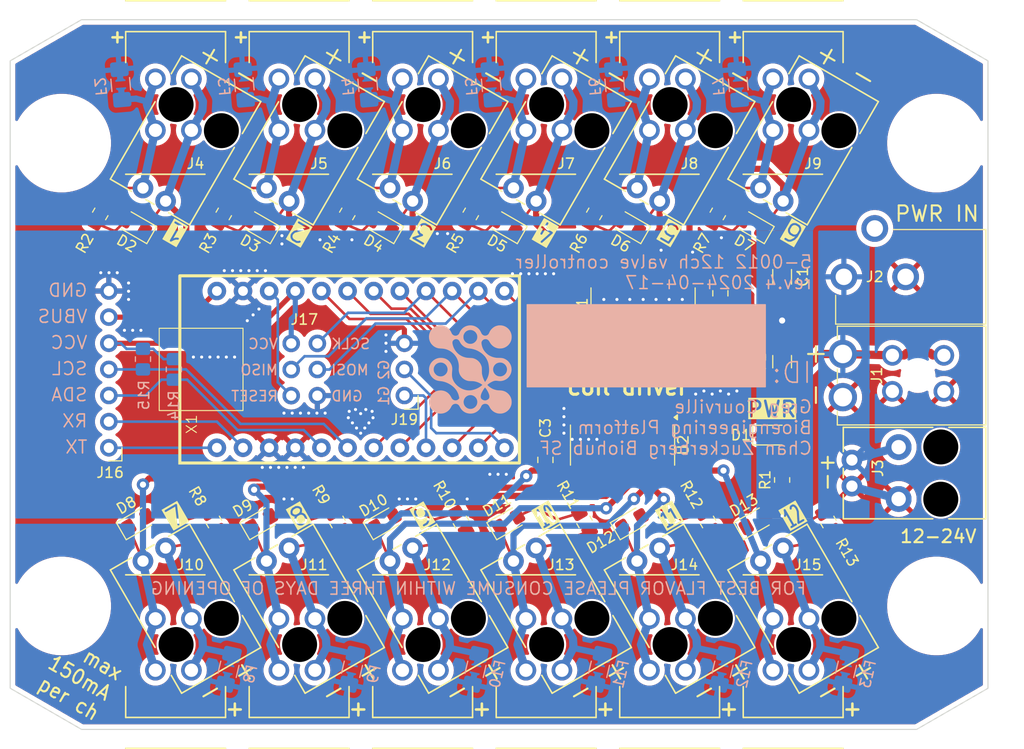
<source format=kicad_pcb>
(kicad_pcb (version 20240108) (generator "pcbnew") (generator_version "8.0")
  (layers (0 "F.Cu" signal) (31 "B.Cu" signal) (34 "B.Paste" user) (35 "F.Paste" user) (36 "B.SilkS" user "B.Silkscreen") (37 "F.SilkS" user "F.Silkscreen") (38 "B.Mask" user) (39 "F.Mask" user) (44 "Edge.Cuts" user))
  (net 0 "")
  (net 1 "Net-(D1-A)")
  (net 2 "GND")
  (net 3 "+24V")
  (net 4 "/OUT1")
  (net 5 "/OUT2")
  (net 6 "/OUT3")
  (net 7 "/OUT4")
  (net 8 "/OUT5")
  (net 9 "/OUT6")
  (net 10 "/OUT7")
  (net 11 "/OUT8")
  (net 12 "/OUT9")
  (net 13 "/OUT10")
  (net 14 "/OUT11")
  (net 15 "/OUT12")
  (net 18 "/CH3")
  (net 19 "/CH6")
  (net 20 "/CH2")
  (net 21 "/CH4")
  (net 22 "/CH5")
  (net 23 "/CH1")
  (net 24 "/CH8")
  (net 25 "/CH9")
  (net 26 "/O1H")
  (net 27 "/O2H")
  (net 28 "/O3H")
  (net 29 "/O4H")
  (net 30 "/O5H")
  (net 31 "/O6H")
  (net 32 "/O7H")
  (net 33 "/O8H")
  (net 34 "/O9H")
  (net 35 "/O10H")
  (net 36 "/O11H")
  (net 37 "/O12H")
  (net 39 "Net-(F1-Pad2)")
  (net 40 "Net-(D2-A)")
  (net 41 "Net-(D3-A)")
  (net 42 "Net-(D4-A)")
  (net 43 "Net-(D5-A)")
  (net 44 "Net-(D6-A)")
  (net 45 "Net-(D7-A)")
  (net 46 "Net-(D8-A)")
  (net 47 "Net-(D9-A)")
  (net 48 "Net-(D10-A)")
  (net 49 "Net-(D11-A)")
  (net 50 "Net-(D12-A)")
  (net 51 "Net-(D13-A)")
  (net 52 "/SCL")
  (net 53 "/TX")
  (net 54 "/VCC")
  (net 55 "/SDA")
  (net 56 "/VBUS")
  (net 57 "/RX")
  (net 58 "/RESET")
  (net 59 "/CH12")
  (net 60 "/CH10")
  (net 61 "/CH11")
  (net 62 "/CH7")
  (net 63 "/GP2")
  (net 64 "/GP1")
  (footprint "MountingHole:MountingHole_3.2mm_M3" (layer "F.Cu") (at 181 102)
    (property "Reference" "MH3" (hide yes))
    (property "Value" "MountingHole_3.2mm_M3" (hide yes))
  )
  (footprint "LED_SMD:LED_0805_2012Metric_Pad1.15x1.40mm_HandSolder" (layer "F.Cu") (at 103.4 93.8 30)
    (property "Reference" "D8")
    (property "Value" "LED")
  )
  (footprint "Resistor_SMD:R_0805_2012Metric_Pad1.20x1.40mm_HandSolder" (layer "F.Cu") (at 166 89.75 90)
    (property "Reference" "R1")
    (property "Value" "10k")
  )
  (footprint "LED_SMD:LED_0805_2012Metric_Pad1.15x1.40mm_HandSolder" (layer "F.Cu") (at 163.137676 65.0125 150)
    (property "Reference" "D7")
    (property "Value" "LED")
  )
  (footprint "Connector_PinHeader_2.54mm:PinHeader_1x07_P2.54mm_Horizontal" (layer "F.Cu") (at 100.584 86.62 180)
    (property "Reference" "J16")
    (property "Value" "Conn_01x08_Pin" (hide yes))
  )
  (footprint "footprints:molex_705510001_or_wago_2601-1102_rh" (layer "F.Cu") (at 165 97 30)
    (property "Reference" "J15")
    (property "Value" "705510001" (hide yes))
  )
  (footprint "MountingHole:MountingHole_3.2mm_M3" (layer "F.Cu") (at 96 57)
    (property "Reference" "MH1" (hide yes))
    (property "Value" "MountingHole_3.2mm_M3" (hide yes))
  )
  (footprint "MountingHole:MountingHole_3.2mm_M3" (layer "F.Cu") (at 96 102)
    (property "Reference" "MH2" (hide yes))
    (property "Value" "MountingHole_3.2mm_M3" (hide yes))
  )
  (footprint "MountingHole:MountingHole_3.2mm_M3" (layer "F.Cu") (at 181 57)
    (property "Reference" "MH4" (hide yes))
    (property "Value" "MountingHole_3.2mm_M3" (hide yes))
  )
  (footprint "Capacitor_SMD:C_0805_2012Metric_Pad1.18x1.45mm_HandSolder" (layer "F.Cu") (at 143 87.8 90)
    (property "Reference" "C3")
    (property "Value" "0.1u")
  )
  (footprint "Connector_PinHeader_2.54mm:PinHeader_2x03_P2.54mm_Vertical" (layer "F.Cu") (at 118.305 76.475)
    (property "Reference" "J17")
    (property "Value" "Conn_01x08_Pin" (hide yes))
  )
  (footprint "Resistor_SMD:R_0805_2012Metric_Pad1.20x1.40mm_HandSolder" (layer "F.Cu") (at 99.75 63.883975 -120)
    (property "Reference" "R2")
    (property "Value" "10k")
  )
  (footprint "LED_SMD:LED_0805_2012Metric_Pad1.15x1.40mm_HandSolder" (layer "F.Cu") (at 103.137676 65.0125 150)
    (property "Reference" "D2")
    (property "Value" "LED")
  )
  (footprint "footprints:molex_705510001_or_wago_2601-1102_lh" (layer "F.Cu") (at 105 62 150)
    (property "Reference" "J4")
    (property "Value" "705510001")
  )
  (footprint "footprints:molex_705510001_or_wago_2601-1102_lh" (layer "F.Cu") (at 117 62 150)
    (property "Reference" "J5")
    (property "Value" "705510001" (hide yes))
  )
  (footprint "Resistor_SMD:R_0805_2012Metric_Pad1.20x1.40mm_HandSolder" (layer "F.Cu") (at 147.75 63.883975 -120)
    (property "Reference" "R6")
    (property "Value" "10k")
  )
  (footprint "footprints:molex_705510001_or_wago_2601-1102_rh" (layer "F.Cu") (at 117 97 30)
    (property "Reference" "J11")
    (property "Value" "705510001" (hide yes))
  )
  (footprint "LED_SMD:LED_0805_2012Metric_Pad1.15x1.40mm_HandSolder" (layer "F.Cu") (at 151.137676 65.0125 150)
    (property "Reference" "D6")
    (property "Value" "LED")
  )
  (footprint "Resistor_SMD:R_0805_2012Metric_Pad1.20x1.40mm_HandSolder" (layer "F.Cu") (at 134.8 93.833975 120)
    (property "Reference" "R10")
    (property "Value" "10k")
  )
  (footprint "LED_SMD:LED_0805_2012Metric_Pad1.15x1.40mm_HandSolder" (layer "F.Cu") (at 127.137676 65.0125 150)
    (property "Reference" "D4")
    (property "Value" "LED")
  )
  (footprint "footprints:molex_705510001_or_wago_2601-1102_rh" (layer "F.Cu") (at 141 97 30)
    (property "Reference" "J13")
    (property "Value" "705510001" (hide yes))
  )
  (footprint "Resistor_SMD:R_0805_2012Metric_Pad1.20x1.40mm_HandSolder" (layer "F.Cu") (at 111.75 63.883975 -120)
    (property "Reference" "R3")
    (property "Value" "10k")
  )
  (footprint "LED_SMD:LED_0805_2012Metric_Pad1.15x1.40mm_HandSolder" (layer "F.Cu") (at 115.137676 65.0125 150)
    (property "Reference" "D3")
    (property "Value" "LED")
  )
  (footprint "footprints:CUI_PJ-102AH_with3dmodel" (layer "F.Cu") (at 172 70 90)
    (property "Reference" "J2")
    (property "Value" "Barrel_Jack_Switch" (hide yes))
  )
  (footprint "LED_SMD:LED_0805_2012Metric_Pad1.15x1.40mm_HandSolder" (layer "F.Cu") (at 127.4 93.8 30)
    (property "Reference" "D10")
    (property "Value" "LED")
  )
  (footprint "footprints:molex_705510001_or_wago_2601-1102_lh" (layer "F.Cu") (at 153 62 150)
    (property "Reference" "J8")
    (property "Value" "705510001" (hide yes))
  )
  (footprint "footprints:molex_705510001_or_wago_2601-1102_rh" (layer "F.Cu") (at 129 97 30)
    (property "Reference" "J12")
    (property "Value" "705510001" (hide yes))
  )
  (footprint "footprints:molex_705510001_or_wago_2601-1102_lh" (layer "F.Cu") (at 141 62 150)
    (property "Reference" "J7")
    (property "Value" "705510001" (hide yes))
  )
  (footprint "footprints:CONN_2601-1102_WAG" (layer "F.Cu") (at 176.714199 81.135 90)
    (property "Reference" "J18" (hide yes))
    (property "Value" "2601-1102")
  )
  (footprint "footprints:molex_705510001_or_wago_2601-1102_lh" (layer "F.Cu") (at 129 62 150)
    (property "Reference" "J6")
    (property "Value" "705510001" (hide yes))
  )
  (footprint "footprints:molex_705510001_or_wago_2601-1102_rh" (layer "F.Cu") (at 105 97 30)
    (property "Reference" "J10")
    (property "Value" "705510001" (hide yes))
  )
  (footprint "Resistor_SMD:R_0805_2012Metric_Pad1.20x1.40mm_HandSolder" (layer "F.Cu") (at 146.8 93.833975 120)
    (property "Reference" "R11")
    (property "Value" "10k")
  )
  (footprint "Resistor_SMD:R_0805_2012Metric_Pad1.20x1.40mm_HandSolder" (layer "F.Cu") (at 158.8 93.833975 120)
    (property "Reference" "R12")
    (property "Value" "10k")
  )
  (footprint "Resistor_SMD:R_0805_2012Metric_Pad1.20x1.40mm_HandSolder" (layer "F.Cu") (at 122.8 93.833975 120)
    (property "Reference" "R9")
    (property "Value" "10k")
  )
  (footprint "LED_SMD:LED_0805_2012Metric_Pad1.15x1.40mm_HandSolder" (layer "F.Cu") (at 139.137676 65.0125 150)
    (property "Reference" "D5")
    (property "Value" "LED")
  )
  (footprint "LED_SMD:LED_0805_2012Metric_Pad1.15x1.40mm_HandSolder" (layer "F.Cu") (at 151.4 93.8 30)
    (property "Reference" "D12")
    (property "Value" "LED")
  )
  (footprint "footprints:molex_705510001_or_2pos_5mm_tb" (layer "F.Cu") (at 172.7802 89.08 90)
    (property "Reference" "J3")
    (property "Value" "1726480102" (hide yes))
  )
  (footprint "footprints:promicro_in_socket" (layer "F.Cu") (at 111.08 79 90)
    (property "Reference" "X1")
    (property "Value" "~" (hide yes))
  )
  (footprint "Capacitor_SMD:C_1206_3216Metric_Pad1.33x1.80mm_HandSolder" (layer "F.Cu") (at 166 70 90)
    (property "Reference" "C1")
    (property "Value" "10u")
  )
  (footprint "LED_SMD:LED_0805_2012Metric_Pad1.15x1.40mm_HandSolder" (layer "F.Cu") (at 115.4 93.8 30)
    (property "Reference" "D9")
    (property "Value" "LED")
  )
  (footprint "Resistor_SMD:R_0805_2012Metric_Pad1.20x1.40mm_HandSolder" (layer "F.Cu") (at 123.75 63.883975 -120)
    (property "Reference" "R4")
    (property "Value" "10k")
  )
  (footprint "Package_SO:SOIC-16_3.9x9.9mm_P1.27mm" (layer "F.Cu") (at 152.489 73.025 90)
    (property "Reference" "U1")
    (property "Value" "TPL7407LA")
  )
  (footprint "footprints:molex_705510001_or_wago_2601-1102_lh" (layer "F.Cu") (at 165 62 150)
    (property "Reference" "J9")
    (property "Value" "705510001" (hide yes))
  )
  (footprint "footprints:molex_705510001_or_wago_2601-1102_rh" (layer "F.Cu") (at 153 97 30)
    (property "Reference" "J14")
    (property "Value" "705510001" (hide yes))
  )
  (footprint "Fuse:Fuse_1206_3216Metric_Pad1.42x1.75mm_HandSolder" (layer "F.Cu") (at 166 78.25 -90)
    (property "Reference" "F1")
    (property "Value" "2.5A")
  )
  (footprint "Resistor_SMD:R_0805_2012Metric_Pad1.20x1.40mm_HandSolder" (layer "F.Cu") (at 159.75 63.883975 -120)
    (property "Reference" "R7")
    (property "Value" "10k")
  )
  (footprint "Resistor_SMD:R_0805_2012Metric_Pad1.20x1.40mm_HandSolder" (layer "F.Cu") (at 135.75 63.883975 -120)
    (property "Reference" "R5")
    (property "Value" "10k")
  )
  (footprint "Capacitor_SMD:C_0805_2012Metric_Pad1.18x1.45mm_HandSolder" (layer "F.Cu") (at 160 71.6 -90)
    (property "Reference" "C2")
    (property "Value" "0.1u")
  )
  (footprint "Resistor_SMD:R_0805_2012Metric_Pad1.20x1.40mm_HandSolder" (layer "F.Cu") (at 110.8 93.833975 120)
    (property "Reference" "R8")
    (property "Value" "10k")
  )
  (footprint "Package_SO:SOIC-16_3.9x9.9mm_P1.27mm" (layer "F.Cu") (at 150.495 86.36 -90)
    (property "Reference" "U2")
    (property "Value" "TPL7407LA")
  )
  (footprint "LED_SMD:LED_0805_2012Metric_Pad1.15x1.40mm_HandSolder" (layer "F.Cu") (at 139.4 93.8 30)
    (property "Reference" "D11")
    (property "Value" "LED")
  )
  (footprint "footprints:CON_1726480102" (layer "F.Cu") (at 171.899999 77.5 90)
    (property "Reference" "J1")
    (property "Value" "1726480102")
  )
  (footprint "LED_SMD:LED_0805_2012Metric_Pad1.15x1.40mm_HandSolder" (layer "F.Cu") (at 163.4 93.8 30)
    (property "Reference" "D13")
    (property "Value" "LED")
  )
  (footprint "LED_SMD:LED_0805_2012Metric_Pad1.15x1.40mm_HandSolder" (layer "F.Cu") (at 165 85.3875)
    (property "Reference" "D1")
    (property "Value" "LED")
  )
  (footprint "Resistor_SMD:R_0805_2012Metric_Pad1.20x1.40mm_HandSolder" (layer "F.Cu") (at 170.5 93.833975 120)
    (property "Reference" "R13")
    (property "Value" "10k")
  )
  (footprint "Connector_PinHeader_2.54mm:PinHeader_1x03_P2.54mm_Vertical" (layer "F.Cu") (at 129.3 81.54 180)
    (property "Reference" "J19")
    (property "Value" "Conn_01x03_Pin" (hide yes))
  )
  (footprint "footprints:fuse_1206_jumperable" (layer "B.Cu") (at 125.738991 51.302664 -85)
    (property "Reference" "F4")
    (property "Value" "Polyfuse" (hide yes))
  )
  (footprint "footprints:fuse_1206_jumperable" (layer "B.Cu") (at 113.738991 51.302664 -85)
    (property "Reference" "F3")
    (property "Value" "Polyfuse" (hide yes))
  )
  (footprint "footprints:fuse_1206_jumperable" (layer "B.Cu") (at 137.738991 51.302664 -85)
    (property "Reference" "F5")
    (property "Value" "Polyfuse" (hide yes))
  )
  (footprint "footprints:fuse_1206_jumperable" (layer "B.Cu") (at 172.210216 108.160946 77)
    (property "Reference" "F13")
    (property "Value" "Polyfuse" (hide yes))
  )
  (footprint "Resistor_SMD:R_0805_2012Metric_Pad1.20x1.40mm_HandSolder" (layer "B.Cu") (at 103.9 78 90)
    (property "Reference" "R15")
    (property "Value" "10k")
  )
  (footprint "footprints:fuse_1206_jumperable" (layer "B.Cu") (at 124.210216 108.160946 77)
    (property "Reference" "F9")
    (property "Value" "Polyfuse" (hide yes))
  )
  (footprint "footprints:fuse_1206_jumperable" (layer "B.Cu") (at 136.210216 108.160946 77)
    (property "Reference" "F10")
    (property "Value" "Polyfuse" (hide yes))
  )
  (footprint "Resistor_SMD:R_0805_2012Metric_Pad1.20x1.40mm_HandSolder" (layer "B.Cu") (at 106.9 79 90)
    (property "Reference" "R14")
    (property "Value" "10k")
  )
  (footprint "footprints:biohub_logo_9mm_silk" (layer "B.Cu") (at 135.7 79 180)
    (property "Reference" "G***" (hide yes))
    (property "Value" "LOGO" (hide yes))
  )
  (footprint "footprints:fuse_1206_jumperable" (layer "B.Cu") (at 101.738991 51.302664 -85)
    (property "Reference" "F2")
    (property "Value" "Polyfuse" (hide yes))
  )
  (footprint "footprints:fuse_1206_jumperable" (layer "B.Cu") (at 148.210216 108.160946 77)
    (property "Reference" "F11")
    (property "Value" "Polyfuse" (hide yes))
  )
  (footprint "footprints:fuse_1206_jumperable" (layer "B.Cu") (at 112.210216 108.160946 77)
    (property "Reference" "F8")
    (property "Value" "Polyfuse" (hide yes))
  )
  (footprint "footprints:fuse_1206_jumperable" (layer "B.Cu") (at 161.738991 51.302664 -85)
    (property "Reference" "F7")
    (property "Value" "Polyfuse" (hide yes))
  )
  (footprint "footprints:fuse_1206_jumperable" (layer "B.Cu") (at 160.210216 108.160946 77)
    (property "Reference" "F12")
    (property "Value" "Polyfuse" (hide yes))
  )
  (footprint "footprints:fuse_1206_jumperable" (layer "B.Cu") (at 149.738991 51.302664 -85)
    (property "Reference" "F6")
    (property "Value" "Polyfuse" (hide yes))
  )
  (gr_rect (start 141.225 72.7) (end 164.375 80.7) (stroke (width 0.1)) (fill solid) (layer "B.SilkS"))
  (gr_poly (pts (xy 91 110) (xy 97.928203 114) (xy 179.071797 114) (xy 186 110) (xy 186 49) (xy 179.071797 45) (xy 97.928203 45) (xy 91 49)) (stroke (width 0.1)) (fill none) (layer "Edge.Cuts"))
  (gr_text "5-0012 12ch valve controller\nrev.4 2024-04-17\n\n\n   \n\n\nGreg Courville\nBioengineering Platform\nChan Zuckerberg Biohub SF" (at 169 87.4 0) (layer "B.SilkS") (effects (font (size 1.25 1.25)) (justify left bottom mirror)))
  (gr_text "GND" (at 122.1 81.6 0) (layer "B.SilkS") (effects (font (size 1 1) (thickness 0.15) (bold yes)) (justify right mirror)))
  (gr_text "RESET" (at 117.1 81.6 0) (layer "B.SilkS") (effects (font (size 1 1) (thickness 0.15) (bold yes)) (justify left mirror)))
  (gr_text "TX" (at 98.6 86.55 0) (layer "B.SilkS") (effects (font (size 1.25 1.25) (thickness 0.15) (bold yes)) (justify left mirror)))
  (gr_text "G2" (at 127.3 77.96 90) (layer "B.SilkS") (effects (font (size 1 1) (thickness 0.15) (bold yes)) (justify left mirror)))
  (gr_text "G1" (at 127.3 80.5 90) (layer "B.SilkS") (effects (font (size 1 1) (thickness 0.15) (bold yes)) (justify left mirror)))
  (gr_text "ID:" (at 169 80.5 0) (layer "B.SilkS") (effects (font (size 2 2)) (justify left bottom mirror)))
  (gr_text "SCL" (at 98.6 78.93 0) (layer "B.SilkS") (effects (font (size 1.25 1.25) (thickness 0.15) (bold yes)) (justify left mirror)))
  (gr_text "VBUS" (at 98.6 73.85 0) (layer "B.SilkS") (effects (font (size 1.25 1.25) (thickness 0.15) (bold yes)) (justify left mirror)))
  (gr_text "GND" (at 98.6 71.31 0) (layer "B.SilkS") (effects (font (size 1.25 1.25) (thickness 0.15) (bold yes)) (justify left mirror)))
  (gr_text "RX" (at 98.6 84.01 0) (layer "B.SilkS") (effects (font (size 1.25 1.25) (thickness 0.15) (bold yes)) (justify left mirror)))
  (gr_text "MOSI" (at 122.1 79.06 0) (layer "B.SilkS") (effects (font (size 1 1) (thickness 0.15) (bold yes)) (justify right mirror)))
  (gr_text "VCC" (at 98.6 76.39 0) (layer "B.SilkS") (effects (font (size 1.25 1.25) (thickness 0.15) (bold yes)) (justify left mirror)))
  (gr_text "FOR BEST FLAVOR PLEASE CONSUME WITHIN THREE DAYS OF OPENING" (at 136.5 99.6 0) (layer "B.SilkS") (effects (font (size 1.2 1.2)) (justify top mirror)))
  (gr_text "SDA" (at 98.6 81.47 0) (layer "B.SilkS") (effects (font (size 1.25 1.25) (thickness 0.15) (bold yes)) (justify left mirror)))
  (gr_text "MISO" (at 117.1 79.06 0) (layer "B.SilkS") (effects (font (size 1 1) (thickness 0.15) (bold yes)) (justify left mirror)))
  (gr_text "SCLK" (at 122.1 76.52 0) (layer "B.SilkS") (effects (font (size 1 1) (thickness 0.15) (bold yes)) (justify right mirror)))
  (gr_text "VCC" (at 117.1 76.52 0) (layer "B.SilkS") (effects (font (size 1 1) (thickness 0.15) (bold yes)) (justify left mirror)))
  (gr_text "12-24V" (at 185 94.5 0) (layer "F.SilkS") (effects (font (size 1.25 1.25) (thickness 0.2)) (justify right top)))
  (gr_text "- +" (at 159.5024 50.737513 150) (layer "F.SilkS") (effects (font (size 2 2) (thickness 0.2)) (justify top)))
  (gr_text "- +" (at 123.5024 50.737513 150) (layer "F.SilkS") (effects (font (size 2 2) (thickness 0.2)) (justify top)))
  (gr_text "- +" (at 135.5024 108.262487 30) (layer "F.SilkS") (effects (font (size 2 2) (thickness 0.2)) (justify top)))
  (gr_text "- +" (at 135.5024 50.737513 150) (layer "F.SilkS") (effects (font (size 2 2) (thickness 0.2)) (justify top)))
  (gr_text "- +" (at 147.5024 50.737513 150) (layer "F.SilkS") (effects (font (size 2 2) (thickness 0.2)) (justify top)))
  (gr_text "12ch USB" (at 148.01 78.65 0) (layer "F.SilkS") (effects (font (size 1.5 1.5) (thickness 0.3))))
  (gr_text "PWR" (at 165 83.75 0) (layer "F.SilkS" knockout) (effects (font (size 1.5 1.5) (thickness 0.25)) (justify bottom)))
  (gr_text "5" (at 156.430383 65.25 150) (layer "F.SilkS" knockout) (effects (font (size 1.75 1.75) (thickness 0.2)) (justify left bottom)))
  (gr_text "11" (at 156.430383 93.7 30) (layer "F.SilkS" knockout) (effects (font (size 1.75 0.875) (thickness 0.2)) (justify right bottom)))
  (gr_text "- +" (at 159.5024 108.262487 30) (layer "F.SilkS") (effects (font (size 2 2) (thickness 0.2)) (justify top)))
  (gr_text "- +" (at 171.5024 108.262487 30) (layer "F.SilkS") (effects (font (size 2 2) (thickness 0.2)) (justify top)))
  (gr_text "- +" (at 111.5024 108.262487 30) (layer "F.SilkS") (effects (font (size 2 2) (thickness 0.2)) (justify top)))
  (gr_text "2" (at 120.430383 65.25 150) (layer "F.SilkS" knockout) (effects (font (size 1.75 1.75) (thickness 0.2)) (justify left bottom)))
  (gr_text "- +" (at 170.3 79.5 90) (layer "F.SilkS") (effects (font (size 2 2) (thickness 0.2)) (justify bottom)))
  (gr_text "4" (at 144.430383 65.25 150) (layer "F.SilkS" knockout) (effects (font (size 1.75 1.75) (thickness 0.2)) (justify left bottom)))
  (gr_text "- +" (at 171.5024 50.737513 150) (layer "F.SilkS") (effects (font (size 2 2) (thickness 0.2)) (justify top)))
  (gr_text "-+" (at 171.2 89 90) (layer "F.SilkS") (effects (font (size 1.5 1.5) (thickness 0.2)) (justify bottom)))
  (gr_text "1" (at 108.430383 65.25 150) (layer "F.SilkS" knockout) (effects (font (size 1.75 1.75) (thickness 0.2)) (justify left bottom)))
  (gr_text "7" (at 108.430383 93.7 30) (layer "F.SilkS" knockout) (effects (font (size 1.75 1.75) (thickness 0.2)) (justify right bottom)))
  (gr_text "9" (at 132.430383 93.7 30) (layer "F.SilkS" knockout) (effects (font (size 1.75 1.75) (thickness 0.2)) (justify right bottom)))
  (gr_text "- +" (at 147.5024 108.262487 30) (layer "F.SilkS") (effects (font (size 2 2) (thickness 0.2)) (justify top)))
  (gr_text "PWR IN" (at 185.25 64.75 0) (layer "F.SilkS") (effects (font (size 1.5 1.5) (thickness 0.2)) (justify right bottom)))
  (gr_text "coil driver" (at 150.97 80.74 0) (layer "F.SilkS") (effects (font (size 1.5 1.5) (thickness 0.3))))
  (gr_text "- +" (at 123.5024 108.262487 30) (layer "F.SilkS") (effects (font (size 2 2) (thickness 0.2)) (justify top)))
  (gr_text "10" (at 144.430383 93.7 30) (layer "F.SilkS" knockout) (effects (font (size 1.75 0.875) (thickness 0.2)) (justify right bottom)))
  (gr_text "- +" (at 111.5024 50.737513 150) (layer "F.SilkS") (effects (font (size 2 2) (thickness 0.2)) (justify top)))
  (gr_text "6" (at 168.430383 65.25 150) (layer "F.SilkS" knockout) (effects (font (size 1.75 1.75) (thickness 0.2)) (justify left bottom)))
  (gr_text "8" (at 120.430383 93.7 30) (layer "F.SilkS" knockout) (effects (font (size 1.75 1.75) (thickness 0.2)) (justify right bottom)))
  (gr_text "3" (at 132.430383 65.25 150) (layer "F.SilkS" knockout) (effects (font (size 1.75 1.75) (thickness 0.2)) (justify left bottom)))
  (gr_text "max\n150mA\nper ch" (at 100.7 110.7 330) (layer "F.SilkS") (effects (font (size 1.4 1.3) (thickness 0.2)) (justify right)))
  (gr_text "12" (at 168.430383 93.7 30) (layer "F.SilkS" knockout) (effects (font (size 1.75 0.875) (thickness 0.2)) (justify right bottom)))
  (segment (start 166 85.525) (end 166 88.75) (width 0.254) (layer "F.Cu") (net 1))
  (via (at 102.5 71.4) (size 0.554) (drill 0.3) (layers "F.Cu" "B.Cu") (net 2))
  (via (at 157.6 81.4) (size 0.554) (drill 0.3) (layers "F.Cu" "B.Cu") (net 2))
  (via (at 121.6 83.25) (size 0.554) (drill 0.3) (layers "F.Cu" "B.Cu") (net 2))
  (via (at 103.7 75.2) (size 0.554) (drill 0.3) (layers "F.Cu" "B.Cu") (net 2))
  (via (at 113.4 69.4) (size 0.554) (drill 0.3) (layers "F.Cu" "B.Cu") (net 2))
  (via (at 139.8 69.7) (size 0.554) (drill 0.3) (layers "F.Cu" "B.Cu") (net 2))
  (via (at 159.2 81.4) (size 0.554) (drill 0.3) (layers "F.Cu" "B.Cu") (net 2))
  (via (at 114.034315 74.265685) (size 0.554) (drill 0.3) (layers "F.Cu" "B.Cu") (net 2))
  (via (at 125.05 85.2) (size 0.554) (drill 0.3) (layers "F.Cu" "B.Cu") (net 2))
  (via (at 125.85 84.2) (size 0.554) (drill 0.3) (layers "F.Cu" "B.Cu") (net 2))
  (via (at 118.69 88.53) (size 0.554) (drill 0.3) (layers "F.Cu" "B.Cu") (net 2))
  (via (at 130.4 91.6) (size 0.554) (drill 0.3) (layers "F.Cu" "B.Cu") (net 2))
  (via (at 115 69.4) (size 0.554) (drill 0.3) (layers "F.Cu" "B.Cu") (net 2))
  (via (at 127.51 76.45) (size 0.554) (drill 0.3) (layers "F.Cu" "B.Cu") (net 2))
  (via (at 112 77.8) (size 0.554) (drill 0.3) (layers "F.Cu" "B.Cu") (net 2))
  (via (at 145.6 85.8) (size 0.554) (drill 0.3) (layers "F.Cu" "B.Cu") (net 2))
  (via (at 142.2 69.7) (size 0.554) (drill 0.3) (layers "F.Cu" "B.Cu") (net 2))
  (via (at 117.4 66.8) (size 0.554) (drill 0.3) (layers "F.Cu" "B.Cu") (net 2))
  (via (at 124.2 66.4) (size 0.554) (drill 0.3) (layers "F.Cu" "B.Cu") (net 2))
  (via (at 158.4 81.1) (size 0.554) (drill 0.3) (layers "F.Cu" "B.Cu") (net 2))
  (via (at 114.6 73.7) (size 0.554) (drill 0.3) (layers "F.Cu" "B.Cu") (net 2))
  (via (at 143 69.7) (size 0.554) (drill 0.3) (layers "F.Cu" "B.Cu") (net 2))
  (via (at 149.95 72.2) (size 0.554) (drill 0.3) (layers "F.Cu" "B.Cu") (net 2))
  (via (at 129.6 91.6) (size 0.554) (drill 0.3) (layers "F.Cu" "B.Cu") (net 2))
  (via (at 111.8 69.4) (size 0.554) (drill 0.3) (layers "F.Cu" "B.Cu") (net 2))
  (via (at 155.025 72.2) (size 0.554) (drill 0.3) (layers "F.Cu" "B.Cu") (net 2))
  (via (at 154.240295 67.411436) (size 0.554) (drill 0.3) (layers "F.Cu" "B.Cu") (net 2))
  (via (at 141.4 69.7) (size 0.554) (drill 0.3) (layers "F.Cu" "B.Cu") (net 2))
  (via (at 123.94 83.08) (size 0.554) (drill 0.3) (layers "F.Cu" "B.Cu") (net 2))
  (via (at 144.8 82.8) (size 0.554) (drill 0.3) (layers "F.Cu" "B.Cu") (net 2))
  (via (at 137.6 89.2) (size 0.554) (drill 0.3) (layers "F.Cu" "B.Cu") (net 2))
  (via (at 118.4 83.25) (size 0.554) (drill 0.3) (layers "F.Cu" "B.Cu") (net 2))
  (via (at 114.2 69.4) (size 0.554) (drill 0.3) (layers "F.Cu" "B.Cu") (net 2))
  (via (at 144.8 85.2) (size 0.554) (drill 0.3) (layers "F.Cu" "B.Cu") (net 2))
  (via (at 102.9 75.2) (size 0.554) (drill 0.3) (layers "F.Cu" "B.Cu") (net 2))
  (via (at 147.2 85.8) (size 0.554) (drill 0.3) (layers "F.Cu" "B.Cu") (net 2))
  (via (at 127.51 75.65) (size 0.554) (drill 0.3) (layers "F.Cu" "B.Cu") (net 2))
  (via (at 156.3 72.2) (size 0.554) (drill 0.3) (layers "F.Cu" "B.Cu") (net 2))
  (via (at 139.2 89.2) (size 0.554) (drill 0.3) (layers "F.Cu" "B.Cu") (net 2))
  (via (at 109.6 77.8) (size 0.554) (drill 0.3) (layers "F.Cu" "B.Cu") (net 2))
  (via (at 112.6 69.4) (size 0.554) (drill 0.3) (layers "F.Cu" "B.Cu") (net 2))
  (via (at 128.8 91.6) (size 0.554) (drill 0.3) (layers "F.Cu" "B.Cu") (net 2))
  (via (at 123.85 83.7) (size 0.554) (drill 0.3) (layers "F.Cu" "B.Cu") (net 2))
  (via (at 132.5 65.8) (size 0.554) (drill 0.3) (layers "F.Cu" "B.Cu") (net 2))
  (via (at 124.25 84.2) (size 0.554) (drill 0.3) (layers "F.Cu" "B.Cu") (net 2))
  (via (at 144.8 84.4) (size 0.554) (drill 0.3) (layers "F.Cu" "B.Cu") (net 2))
  (via (at 124.65 84.7) (size 0.554) (drill 0.3) (layers "F.Cu" "B.Cu") (net 2))
  (via (at 102.5 70.6) (size 0.554) (drill 0.3) (layers "F.Cu" "B.Cu") (net 2))
  (via (at 125.05 83.3) (size 0.554) (drill 0.3) (layers "F.Cu" "B.Cu") (net 2))
  (via (at 133.5 65.8) (size 0.554) (drill 0.3) (layers "F.Cu" "B.Cu") (net 2))
  (via (at 112.8 77.8) (size 0.554) (drill 0.3) (layers "F.Cu" "B.Cu") (net 2))
  (via (at 125.55 82.9) (size 0.554) (drill 0.3) (layers "F.Cu" "B.Cu") (net 2))
  (via (at 153.75 72.2) (size 0.554) (drill 0.3) (layers "F.Cu" "B.Cu") (net 2))
  (via (at 140.6 69.7) (size 0.554) (drill 0.3) (layers "F.Cu" "B.Cu") (net 2))
  (via (at 157.3 67.6) (size 0.554) (drill 0.3) (layers "F.Cu" "B.Cu") (net 2))
  (via (at 160.1 66.2) (size 0.554) (drill 0.3) (layers "F.Cu" "B.Cu") (net 2))
  (via (at 99.8 69.6) (size 0.554) (drill 0.3) (layers "F.Cu" "B.Cu") (net 2))
  (via (at 126.25 83.7) (size 0.554) (drill 0.3) (layers "F.Cu" "B.Cu") (net 2))
  (via (at 121.1 66.4) (size 0.554) (drill 0.3) (layers "F.Cu" "B.Cu") (net 2))
  (via (at 161.6 81.1) (size 0.554) (drill 0.3) (layers "F.Cu" "B.Cu") (net 2))
  (via (at 144.8 83.6) (size 0.554) (drill 0.3) (layers "F.Cu" "B.Cu") (net 2))
  (via (at 115.8 69.4) (size 0.554) (drill 0.3) (layers "F.Cu" "B.Cu") (net 2))
  (via (at 100.6 69.6) (size 0.554) (drill 0.3) (layers "F.Cu" "B.Cu") (net 2))
  (via (at 119.49 88.53) (size 0.554) (drill 0.3) (layers "F.Cu" "B.Cu") (net 2))
  (via (at 143.8 69.7) (size 0.554) (drill 0.3) (layers "F.Cu" "B.Cu") (net 2))
  (via (at 115.49 88.53) (size 0.554) (drill 0.3) (layers "F.Cu" "B.Cu") (net 2))
  (via (at 117.89 88.53) (size 0.554) (drill 0.3) (layers "F.Cu" "B.Cu") (net 2))
  (via (at 110.4 77.8) (size 0.554) (drill 0.3) (layers "F.Cu" "B.Cu") (net 2))
  (via (at 101.4 69.6) (size 0.554) (drill 0.3) (layers "F.Cu" "B.Cu") (net 2))
  (via (at 117.09 88.53) (size 0.554) (drill 0.3) (layers "F.Cu" "B.Cu") (net 2))
  (via (at 116.29 88.53) (size 0.554) (drill 0.3) (layers "F.Cu" "B.Cu") (net 2))
  (via (at 111.2 77.8) (size 0.554) (drill 0.3) (layers "F.Cu" "B.Cu") (net 2))
  (via (at 126.16 83.08) (size 0.554) (drill 0.3) (layers "F.Cu" "B.Cu") (net 2))
  (via (at 117.4 66) (size 0.554) (drill 0.3) (layers "F.Cu" "B.Cu") (net 2))
  (via (at 160 81.1) (size 0.554) (drill 0.3) (layers "F.Cu" "B.Cu") (net 2))
  (via (at 118.4 91.6) (size 0.554) (drill 0.3) (layers "F.Cu" "B.Cu") (net 2))
  (via (at 120 83.25) (size 0.554) (drill 0.3) (layers "F.Cu" "B.Cu") (net 2))
  (via (at 135.4 91.6) (size 0.554) (drill 0.3) (layers "F.Cu" "B.Cu") (net 2))
  (via (at 119.2 83.25) (size 0.554) (drill 0.3) (layers "F.Cu" "B.Cu") (net 2))
  (via (at 160.8 81.4) (size 0.554) (drill 0.3) (layers "F.Cu" "B.Cu") (net 2))
  (via (at 108.8 77.8) (size 0.554) (drill 0.3) (layers "F.Cu" "B.Cu") (net 2))
  (via (at 151.2 72.2) (size 0.554) (drill 0.3) (layers "F.Cu" "B.Cu") (net 2))
  (via (at 124.55 82.9) (size 0.554) (drill 0.3) (layers "F.Cu" "B.Cu") (net 2))
  (via (at 117.6 83.25) (size 0.554) (drill 0.3) (layers "F.Cu" "B.Cu") (net 2))
  (via (at 148 85.8) (size 0.554) (drill 0.3) (layers "F.Cu" "B.Cu") (net 2))
  (via (at 125.45 84.7) (size 0.554) (drill 0.3) (layers "F.Cu" "B.Cu") (net 2))
  (via (at 117.6 91.6) (size 0.554) (drill 0.3) (layers "F.Cu" "B.Cu") (net 2))
  (via (at 138.4 89.2) (size 0.554) (drill 0.3) (layers "F.Cu" "B.Cu") (net 2))
  (via (at 146.4 85.8) (size 0.554) (drill 0.3) (layers "F.Cu" "B.Cu") (net 2))
  (via (at 102.1 75.2) (size 0.554) (drill 0.3) (layers "F.Cu" "B.Cu") (net 2))
  (via (at 127.51 77.25) (size 0.554) (drill 0.3) (layers "F.Cu" "B.Cu") (net 2))
  (via (at 148.675 72.2) (size 0.554) (drill 0.3) (layers "F.Cu" "B.Cu") (net 2))
  (via (at 115.165685 73.134315) (size 0.554) (drill 0.3) (layers "F.Cu" "B.Cu") (net 2))
  (via (at 102.5 72.2) (size 0.554) (drill 0.3) (layers "F.Cu" "B.Cu") (net 2))
  (via (at 120.8 83.25) (size 0.554) (drill 0.3) (layers "F.Cu" "B.Cu") (net 2))
  (via (at 152.5 72.2) (size 0.554) (drill 0.3) (layers "F.Cu" "B.Cu") (net 2))
  (segment (start 166 76.7625) (end 166 74.25) (width 0.8) (layer "F.Cu") (net 3))
  (segment (start 166 93.25) (end 166 90.75) (width 0.254) (layer "F.Cu") (net 3))
  (segment (start 160 70.5625) (end 161.8125 70.5625) (width 0.6) (layer "F.Cu") (net 3))
  (segment (start 164.4375 74.1875) (end 166 74.1875) (width 0.6) (layer "F.Cu") (net 3))
  (segment (start 163 71.75) (end 163 72.75) (width 0.6) (layer "F.Cu") (net 3))
  (segment (start 156.945 70.525) (end 159.9625 70.525) (width 0.6) (layer "F.Cu") (net 3))
  (segment (start 166 74.25) (end 166 71.3125) (width 0.8) (layer "F.Cu") (net 3))
  (segment (start 141.136757 89.371373) (end 141.67313 88.835) (width 0.6) (layer "F.Cu") (net 3))
  (segment (start 161.8125 70.5625) (end 163 71.75) (width 0.6) (layer "F.Cu") (net 3))
  (segment (start 141.67313 88.835) (end 146.05 88.835) (width 0.6) (layer "F.Cu") (net 3))
  (segment (start 163 72.75) (end 164.4375 74.1875) (width 0.6) (layer "F.Cu") (net 3))
  (via (at 166 74.25) (size 1.6) (drill 0.6) (layers "F.Cu" "B.Cu") (net 3))
  (via (at 141.136757 89.371373) (size 1.2) (drill 0.6) (layers "F.Cu" "B.Cu") (net 3))
  (via (at 166 93.25) (size 0.554) (drill 0.3) (layers "F.Cu" "B.Cu") (net 3))
  (segment (start 141.136757 89.371373) (end 137.50813 93) (width 0.6) (layer "B.Cu") (net 3))
  (segment (start 129 93) (end 126 96) (width 0.6) (layer "B.Cu") (net 3))
  (segment (start 137.50813 93) (end 129 93) (width 0.6) (layer "B.Cu") (net 3))
  (segment (start 104.025352 65.525) (end 106.099852 62.635) (width 0.254) (layer "F.Cu") (net 4))
  (segment (start 144.446 68.5) (end 120.36863 68.5) (width 0.6) (layer "F.Cu") (net 4))
  (segment (start 108.107426 66.107426) (end 108.107426 64.642574) (width 0.6) (layer "F.Cu") (net 4))
  (segment (start 120.36863 68.5) (end 119.86863 68) (width 0.6) (layer "F.Cu") (net 4))
  (segment (start 148.044 70.55) (end 146.496 70.55) (width 0.6) (layer "F.Cu") (net 4))
  (segment (start 110 68) (end 108.107426 66.107426) (width 0.6) (layer "F.Cu") (net 4))
  (segment (start 119.86863 68) (end 110 68) (width 0.6) (layer "F.Cu") (net 4))
  (segment (start 146.496 70.55) (end 144.446 68.5) (width 0.6) (layer "F.Cu") (net 4))
  (segment (start 108.107426 64.642574) (end 106.099852 62.635) (width 0.6) (layer "F.Cu") (net 4))
  (segment (start 149.314 69.114) (end 147.9 67.7) (width 0.6) (layer "F.Cu") (net 5))
  (segment (start 118.099852 65.099852) (end 118.099852 62.635) (width 0.6) (layer "F.Cu") (net 5))
  (segment (start 147.9 67.7) (end 120.7 67.7) (width 0.6) (layer "F.Cu") (net 5))
  (segment (start 149.314 70.55) (end 149.314 69.114) (width 0.6) (layer "F.Cu") (net 5))
  (segment (start 116.025352 65.525) (end 118.099852 62.635) (width 0.254) (layer "F.Cu") (net 5))
  (segment (start 120.7 67.7) (end 118.099852 65.099852) (width 0.6) (layer "F.Cu") (net 5))
  (segment (start 130.099852 65.999852) (end 130.099852 62.635) (width 0.6) (layer "F.Cu") (net 6))
  (segment (start 150.584 69.234) (end 148.25 66.9) (width 0.6) (layer "F.Cu") (net 6))
  (segment (start 128.025352 65.525) (end 130.099852 62.635) (width 0.254) (layer "F.Cu") (net 6))
  (segment (start 148.25 66.9) (end 131 66.9) (width 0.6) (layer "F.Cu") (net 6))
  (segment (start 150.584 70.55) (end 150.584 69.234) (width 0.6) (layer "F.Cu") (net 6))
  (segment (start 131 66.9) (end 130.099852 65.999852) (width 0.6) (layer "F.Cu") (net 6))
  (segment (start 148.58137 66.1) (end 143.35 66.1) (width 0.6) (layer "F.Cu") (net 7))
  (segment (start 151.854 69.37263) (end 148.58137 66.1) (width 0.6) (layer "F.Cu") (net 7))
  (segment (start 142.099852 64.849852) (end 142.099852 62.635) (width 0.6) (layer "F.Cu") (net 7))
  (segment (start 140.025352 65.525) (end 142.099852 62.635) (width 0.254) (layer "F.Cu") (net 7))
  (segment (start 143.35 66.1) (end 142.099852 64.849852) (width 0.6) (layer "F.Cu") (net 7))
  (segment (start 151.854 70.55) (end 151.854 69.37263) (width 0.6) (layer "F.Cu") (net 7))
  (segment (start 153.124 67.076) (end 154.099852 65.3) (width 0.6) (layer "F.Cu") (net 8))
  (segment (start 154.099852 62.635) (end 154.099852 65.3) (width 0.6) (layer "F.Cu") (net 8))
  (segment (start 153.124 67.076) (end 153.124 69.525) (width 0.6) (layer "F.Cu") (net 8))
  (segment (start 152.025352 65.525) (end 154.099852 62.635) (width 0.254) (layer "F.Cu") (net 8))
  (segment (start 164.025352 65.525) (end 166.099852 62.635) (width 0.254) (layer "F.Cu") (net 9))
  (segment (start 166.099852 61.099852) (end 166.099852 62.635) (width 0.6) (layer "F.Cu") (net 9))
  (segment (start 164.5 59.5) (end 166.099852 61.099852) (width 0.6) (layer "F.Cu") (net 9))
  (segment (start 160 59.5) (end 157 64) (width 0.6) (layer "F.Cu") (net 9))
  (segment (start 160 59.5) (end 164.5 59.5) (width 0.6) (layer "F.Cu") (net 9))
  (segment (start 157 66.25) (end 157 64) (width 0.6) (layer "F.Cu") (net 9))
  (segment (start 154.394 70.55) (end 154.394 68.856) (width 0.6) (layer "F.Cu") (net 9))
  (segment (start 154.394 68.856) (end 157 66.25) (width 0.6) (layer "F.Cu") (net 9))
  (segment (start 102.512324 94.3125) (end 103.900148 97.635) (width 0.254) (layer "F.Cu") (net 10))
  (segment (start 104.5 89.6) (end 136.3 89.6) (width 0.6) (layer "F.Cu") (net 10))
  (segment (start 148.3 90.5) (end 148.59 90.21) (width 0.6) (layer "F.Cu") (net 10))
  (segment (start 148.59 90.21) (end 148.59 88.835) (width 0.6) (layer "F.Cu") (net 10))
  (segment (start 137.2 90.5) (end 148.3 90.5) (width 0.6) (layer "F.Cu") (net 10))
  (segment (start 136.3 89.6) (end 137.2 90.5) (width 0.6) (layer "F.Cu") (net 10))
  (segment (start 103.9 90.2) (end 104.5 89.6) (width 0.6) (layer "F.Cu") (net 10))
  (via (at 103.9 90.2) (size 1.2) (drill 0.6) (layers "F.Cu" "B.Cu") (net 10))
  (segment (start 103.900148 97.635) (end 103.900148 90.200148) (width 0.6) (layer "B.Cu") (net 10))
  (segment (start 103.900148 90.200148) (end 103.9 90.2) (width 0.6) (layer "B.Cu") (net 10))
  (segment (start 114.7 90.7) (end 115 90.4) (width 0.6) (layer "F.Cu") (net 11))
  (segment (start 148.9 91.3) (end 149.86 90.34) (width 0.6) (layer "F.Cu") (net 11))
  (segment (start 135.9 90.4) (end 136.8 91.3) (width 0.6) (layer "F.Cu") (net 11))
  (segment (start 114.512324 94.3125) (end 115.900148 97.635) (width 0.254) (layer "F.Cu") (net 11))
  (segment (start 149.86 90.34) (end 149.86 88.835) (width 0.6) (layer "F.Cu") (net 11))
  (segment (start 136.8 91.3) (end 148.9 91.3) (width 0.6) (layer "F.Cu") (net 11))
  (segment (start 115 90.4) (end 135.9 90.4) (width 0.6) (layer "F.Cu") (net 11))
  (via (at 114.7 90.7) (size 1.2) (drill 0.6) (layers "F.Cu" "B.Cu") (net 11))
  (segment (start 115.900148 97.635) (end 115.900148 92.3) (width 0.6) (layer "B.Cu") (net 11))
  (segment (start 115.900148 91.900148) (end 115.900148 92.3) (width 0.6) (layer "B.Cu") (net 11))
  (segment (start 114.7 90.7) (end 115.900148 91.900148) (width 0.6) (layer "B.Cu") (net 11))
  (segment (start 126.512324 94.3125) (end 127.900148 97.635) (width 0.254) (layer "F.Cu") (net 12))
  (segment (start 151.13 88.835) (end 151.13 90.27) (width 0.6) (layer "F.Cu") (net 12))
  (segment (start 151.13 90.27) (end 148.9 92.5) (width 0.6) (layer "F.Cu") (net 12))
  (via (at 148.9 92.5) (size 1.2) (drill 0.6) (layers "F.Cu" "B.Cu") (net 12))
  (segment (start 127.900148 95.499852) (end 129.4 94) (width 0.6) (layer "B.Cu") (net 12))
  (segment (start 139.05 94) (end 140.55 92.5) (width 0.6) (layer "B.Cu") (net 12))
  (segment (start 140.55 92.5) (end 148.9 92.5) (width 0.6) (layer "B.Cu") (net 12))
  (segment (start 127.900148 97.635) (end 127.900148 95.499852) (width 0.6) (layer "B.Cu") (net 12))
  (segment (start 129.4 94) (end 139.05 94) (width 0.6) (layer "B.Cu") (net 12))
  (segment (start 152.4 88.835) (end 152.4 90.8) (width 0.6) (layer "F.Cu") (net 13))
  (segment (start 138.512324 94.3125) (end 139.900148 97.635) (width 0.254) (layer "F.Cu") (net 13))
  (segment (start 152.4 90.8) (end 151.6 91.6) (width 0.6) (layer "F.Cu") (net 13))
  (via (at 151.6 91.6) (size 1.2) (drill 0.6) (layers "F.Cu" "B.Cu") (net 13))
  (segment (start 140.8 94.2) (end 139.900148 95.099852) (width 0.6) (layer "B.Cu") (net 13))
  (segment (start 151.6 91.6) (end 149 94.2) (width 0.6) (layer "B.Cu") (net 13))
  (segment (start 139.900148 95.099852) (end 139.900148 97.635) (width 0.6) (layer "B.Cu") (net 13))
  (segment (start 149 94.2) (end 140.8 94.2) (width 0.6) (layer "B.Cu") (net 13))
  (segment (start 150.512324 94.3125) (end 151.900148 97.635) (width 0.254) (layer "F.Cu") (net 14))
  (segment (start 154.5 91.6) (end 153.67 90.77) (width 0.6) (layer "F.Cu") (net 14))
  (segment (start 153.67 90.77) (end 153.67 88.835) (width 0.6) (layer "F.Cu") (net 14))
  (via (at 154.5 91.6) (size 1.2) (drill 0.6) (layers "F.Cu" "B.Cu") (net 14))
  (segment (start 151.900148 94.199852) (end 151.900148 97.635) (width 0.6) (layer "B.Cu") (net 14))
  (segment (start 154.5 91.6) (end 151.900148 94.199852) (width 0.6) (layer "B.Cu") (net 14))
  (segment (start 162.512324 94.3125) (end 163.900148 97.635) (width 0.254) (layer "F.Cu") (net 15))
  (segment (start 160.3 88.835) (end 154.94 88.835) (width 0.6) (layer "F.Cu") (net 15))
  (via (at 160.3 88.835) (size 1.2) (drill 0.6) (layers "F.Cu" "B.Cu") (net 15))
  (segment (start 163.900148 97.635) (end 160.3 88.835) (width 0.6) (layer "B.Cu") (net 15))
  (segment (start 150.584 75.5) (end 150.584 76.816) (width 0.254) (layer "F.Cu") (net 18))
  (segment (start 149.946 77.454) (end 140.014 77.454) (width 0.254) (layer "F.Cu") (net 18))
  (segment (start 140.014 77.454) (end 133.94 71.38) (width 0.254) (layer "F.Cu") (net 18))
  (segment (start 150.584 76.816) (end 149.946 77.454) (width 0.254) (layer "F.Cu") (net 18))
  (segment (start 133.94 71.38) (end 131.279 74.041) (width 0.254) (layer "B.Cu") (net 18))
  (segment (start 119.596 77.724) (end 118.305 79.015) (width 0.254) (layer "B.Cu") (net 18))
  (segment (start 131.279 74.041) (end 125.603 74.041) (width 0.254) (layer "B.Cu") (net 18))
  (segment (start 125.603 74.041) (end 121.92 77.724) (width 0.254) (layer "B.Cu") (net 18))
  (segment (start 121.92 77.724) (end 119.596 77.724) (width 0.254) (layer "B.Cu") (net 18))
  (segment (start 154.394 76.806) (end 154.394 75.5) (width 0.254) (layer "F.Cu") (net 19))
  (segment (start 135.616 78.816) (end 152.384 78.816) (width 0.254) (layer "F.Cu") (net 19))
  (segment (start 126.32 71.38) (end 128.04 73.1) (width 0.254) (layer "F.Cu") (net 19))
  (segment (start 129.9 73.1) (end 135.616 78.816) (width 0.254) (layer "F.Cu") (net 19))
  (segment (start 128.04 73.1) (end 129.9 73.1) (width 0.254) (layer "F.Cu") (net 19))
  (segment (start 152.384 78.816) (end 154.394 76.806) (width 0.254) (layer "F.Cu") (net 19))
  (segment (start 149.314 75.5) (end 149.314 76.686) (width 0.254) (layer "F.Cu") (net 20))
  (segment (start 142.1 77) (end 136.48 71.38) (width 0.254) (layer "F.Cu") (net 20))
  (segment (start 149.314 76.686) (end 149 77) (width 0.254) (layer "F.Cu") (net 20))
  (segment (start 149 77) (end 142.1 77) (width 0.254) (layer "F.Cu") (net 20))
  (segment (start 133.311 74.549) (end 136.48 71.38) (width 0.254) (layer "B.Cu") (net 20))
  (segment (start 126.492 74.549) (end 133.311 74.549) (width 0.254) (layer "B.Cu") (net 20))
  (segment (start 120.845 79.015) (end 122.026 79.015) (width 0.254) (layer "B.Cu") (net 20))
  (segment (start 122.026 79.015) (end 126.492 74.549) (width 0.254) (layer "B.Cu") (net 20))
  (segment (start 131.4 71.38) (end 137.928 77.908) (width 0.254) (layer "F.Cu") (net 21))
  (segment (start 151.854 76.846) (end 151.854 75.5) (width 0.254) (layer "F.Cu") (net 21))
  (segment (start 150.792 77.908) (end 151.854 76.846) (width 0.254) (layer "F.Cu") (net 21))
  (segment (start 137.928 77.908) (end 150.792 77.908) (width 0.254) (layer "F.Cu") (net 21))
  (segment (start 123.82 73.5) (end 129.28 73.5) (width 0.254) (layer "B.Cu") (net 21))
  (segment (start 120.845 76.475) (end 123.82 73.5) (width 0.254) (layer "B.Cu") (net 21))
  (segment (start 129.28 73.5) (end 131.4 71.38) (width 0.254) (layer "B.Cu") (net 21))
  (segment (start 153.124 76.776) (end 153.124 75.5) (width 0.254) (layer "F.Cu") (net 22))
  (segment (start 151.538 78.362) (end 153.124 76.776) (width 0.254) (layer "F.Cu") (net 22))
  (segment (start 128.86 71.38) (end 135.842 78.362) (width 0.254) (layer "F.Cu") (net 22))
  (segment (start 135.842 78.362) (end 151.538 78.362) (width 0.254) (layer "F.Cu") (net 22))
  (segment (start 147.857 76.2) (end 148.044 76.013) (width 0.254) (layer "F.Cu") (net 23))
  (segment (start 148.044 75.5) (end 143.14 75.5) (width 0.254) (layer "F.Cu") (net 23))
  (segment (start 143.14 75.5) (end 139.02 71.38) (width 0.254) (layer "F.Cu") (net 23))
  (segment (start 139.414 81.146) (end 148.446 81.146) (width 0.254) (layer "F.Cu") (net 24))
  (segment (start 133.94 86.62) (end 139.414 81.146) (width 0.254) (layer "F.Cu") (net 24))
  (segment (start 148.446 81.146) (end 149.86 82.56) (width 0.254) (layer "F.Cu") (net 24))
  (segment (start 149.86 82.56) (end 149.86 83.885) (width 0.254) (layer "F.Cu") (net 24))
  (segment (start 134.788 80.692) (end 149.292 80.692) (width 0.254) (layer "F.Cu") (net 25))
  (segment (start 128.86 86.62) (end 134.788 80.692) (width 0.254) (layer "F.Cu") (net 25))
  (segment (start 149.292 80.692) (end 151.13 82.53) (width 0.254) (layer "F.Cu") (net 25))
  (segment (start 151.13 82.53) (end 151.13 83.885) (width 0.254) (layer "F.Cu") (net 25))
  (segment (start 101.90295 61.365) (end 103.900148 61.365) (width 0.254) (layer "F.Cu") (net 26))
  (segment (start 100.25 63.01795) (end 101.90295 61.365) (width 0.254) (layer "F.Cu") (net 26))
  (segment (start 103.22367 52.675916) (end 104.32434 52.97225) (width 0.6) (layer "B.Cu") (net 26))
  (segment (start 101.839334 52.7711) (end 103.22367 52.675916) (width 0.6) (layer "B.Cu") (net 26))
  (segment (start 112.25 63.01795) (end 113.90295 61.365) (width 0.254) (layer "F.Cu") (net 27))
  (segment (start 113.90295 61.365) (end 115.900148 61.365) (width 0.254) (layer "F.Cu") (net 27))
  (segment (start 113.839334 52.7711) (end 115.22367 52.675916) (width 0.6) (layer "B.Cu") (net 27))
  (segment (start 115.22367 52.675916) (end 116.32434 52.97225) (width 0.6) (layer "B.Cu") (net 27))
  (segment (start 124.25 63.01795) (end 125.90295 61.365) (width 0.254) (layer "F.Cu") (net 28))
  (segment (start 125.90295 61.365) (end 127.900148 61.365) (width 0.254) (layer "F.Cu") (net 28))
  (segment (start 125.839334 52.7711) (end 127.22367 52.675916) (width 0.6) (layer "B.Cu") (net 28))
  (segment (start 127.22367 52.675916) (end 128.32434 52.97225) (width 0.6) (layer "B.Cu") (net 28))
  (segment (start 136.25 63.01795) (end 137.90295 61.365) (width 0.254) (layer "F.Cu") (net 29))
  (segment (start 137.90295 61.365) (end 139.900148 61.365) (width 0.254) (layer "F.Cu") (net 29))
  (segment (start 137.839334 52.7711) (end 139.22367 52.675916) (width 0.6) (layer "B.Cu") (net 29))
  (segment (start 139.22367 52.675916) (end 140.32434 52.97225) (width 0.6) (layer "B.Cu") (net 29))
  (segment (start 149.90295 61.365) (end 151.900148 61.365) (width 0.254) (layer "F.Cu") (net 30))
  (segment (start 148.25 63.01795) (end 149.90295 61.365) (width 0.254) (layer "F.Cu") (net 30))
  (segment (start 149.839334 52.7711) (end 151.22367 52.675916) (width 0.6) (layer "B.Cu") (net 30))
  (segment (start 151.22367 52.675916) (end 152.32434 52.97225) (width 0.6) (layer "B.Cu") (net 30))
  (segment (start 160.25 63.01795) (end 161.90295 61.365) (width 0.254) (layer "F.Cu") (net 31))
  (segment (start 161.90295 61.365) (end 163.900148 61.365) (width 0.254) (layer "F.Cu") (net 31))
  (segment (start 161.839334 52.7711) (end 163.22367 52.675916) (width 0.6) (layer "B.Cu") (net 31))
  (segment (start 163.22367 52.675916) (end 164.32434 52.97225) (width 0.6) (layer "B.Cu") (net 31))
  (segment (start 108 96) (end 106.099852 96.365) (width 0.254) (layer "F.Cu") (net 32))
  (segment (start 108 96) (end 111.3 94.7) (width 0.254) (layer "F.Cu") (net 32))
  (segment (start 112.755739 106.733577) (end 109.8 106.1) (width 0.6) (layer "B.Cu") (net 32))
  (segment (start 123.3 94.7) (end 120 96) (width 0.254) (layer "F.Cu") (net 33))
  (segment (start 120 96) (end 118.099852 96.365) (width 0.254) (layer "F.Cu") (net 33))
  (segment (start 124.755739 106.733577) (end 121.8 106.1) (width 0.6) (layer "B.Cu") (net 33))
  (segment (start 135.3 94.7) (end 132 96) (width 0.254) (layer "F.Cu") (net 34))
  (segment (start 132 96) (end 130.099852 96.365) (width 0.254) (layer "F.Cu") (net 34))
  (segment (start 136.755739 106.733577) (end 133.8 106.1) (width 0.6) (layer "B.Cu") (net 34))
  (segment (start 144 96) (end 142.099852 96.365) (width 0.254) (layer "F.Cu") (net 35))
  (segment (start 147.3 94.7) (end 144 96) (width 0.254) (layer "F.Cu") (net 35))
  (segment (start 148.755739 106.733577) (end 145.8 106.1) (width 0.6) (layer "B.Cu") (net 35))
  (segment (start 159.3 94.7) (end 156 96) (width 0.254) (layer "F.Cu") (net 36))
  (segment (start 156 96) (end 154.099852 96.365) (width 0.254) (layer "F.Cu") (net 36))
  (segment (start 160.755739 106.733577) (end 157.8 106.1) (width 0.6) (layer "B.Cu") (net 36))
  (segment (start 168 96) (end 166.099852 96.365) (width 0.254) (layer "F.Cu") (net 37))
  (segment (start 171 94.7) (end 168 96) (width 0.254) (layer "F.Cu") (net 37))
  (segment (start 172.755739 106.733577) (end 169.8 106.1) (width 0.6) (layer "B.Cu") (net 37))
  (segment (start 177.865 77.635) (end 178.1 77.4) (width 0.8) (layer "F.Cu") (net 39))
  (segment (start 176.714199 77.635) (end 177.865 77.635) (width 0.8) (layer "F.Cu") (net 39))
  (segment (start 169.75 77.5) (end 171.899999 77.5) (width 0.8) (layer "F.Cu") (net 39))
  (segment (start 180.635 77.635) (end 181.714199 77.635) (width 0.8) (layer "F.Cu") (net 39))
  (segment (start 166 79.7375) (end 167.5125 79.7375) (width 0.8) (layer "F.Cu") (net 39))
  (segment (start 171.899999 77.5) (end 176.714199 77.635) (width 0.8) (layer "F.Cu") (net 39))
  (segment (start 180.4 77.4) (end 180.635 77.635) (width 0.8) (layer "F.Cu") (net 39))
  (segment (start 167.5125 79.7375) (end 169.75 77.5) (width 0.8) (layer "F.Cu") (net 39))
  (segment (start 178.1 77.4) (end 180.4 77.4) (width 0.8) (layer "F.Cu") (net 39))
  (segment (start 102.25 64.5) (end 101.25 65.5) (width 0.254) (layer "F.Cu") (net 40))
  (segment (start 101 65.5) (end 99.25 64.75) (width 0.254) (layer "F.Cu") (net 40))
  (segment (start 101.25 65.5) (end 101 65.5) (width 0.254) (layer "F.Cu") (net 40))
  (segment (start 113.25 65.5) (end 113 65.5) (width 0.254) (layer "F.Cu") (net 41))
  (segment (start 114.25 64.5) (end 113.25 65.5) (width 0.254) (layer "F.Cu") (net 41))
  (segment (start 113 65.5) (end 111.25 64.75) (width 0.254) (layer "F.Cu") (net 41))
  (segment (start 125.25 65.5) (end 125 65.5) (width 0.254) (layer "F.Cu") (net 42))
  (segment (start 126.25 64.5) (end 125.25 65.5) (width 0.254) (layer "F.Cu") (net 42))
  (segment (start 125 65.5) (end 123.25 64.75) (width 0.254) (layer "F.Cu") (net 42))
  (segment (start 137 65.5) (end 135.25 64.75) (width 0.254) (layer "F.Cu") (net 43))
  (segment (start 137.25 65.5) (end 137 65.5) (width 0.254) (layer "F.Cu") (net 43))
  (segment (start 138.25 64.5) (end 137.25 65.5) (width 0.254) (layer "F.Cu") (net 43))
  (segment (start 149.25 65.5) (end 149 65.5) (width 0.254) (layer "F.Cu") (net 44))
  (segment (start 149 65.5) (end 147.25 64.75) (width 0.254) (layer "F.Cu") (net 44))
  (segment (start 150.25 64.5) (end 149.25 65.5) (width 0.254) (layer "F.Cu") (net 44))
  (segment (start 161.25 65.5) (end 161 65.5) (width 0.254) (layer "F.Cu") (net 45))
  (segment (start 161 65.5) (end 159.25 64.75) (width 0.254) (layer "F.Cu") (net 45))
  (segment (start 162.25 64.5) (end 161.25 65.5) (width 0.254) (layer "F.Cu") (net 45))
  (segment (start 108.2 93.6) (end 110.3 92.96795) (width 0.254) (layer "F.Cu") (net 46))
  (segment (start 106 92.5) (end 108.2 93.6) (width 0.254) (layer "F.Cu") (net 46))
  (segment (start 104.287676 93.2875) (end 106 92.5) (width 0.254) (layer "F.Cu") (net 46))
  (segment (start 120.2 93.6) (end 122.3 92.96795) (width 0.254) (layer "F.Cu") (net 47))
  (segment (start 118 92.5) (end 120.2 93.6) (width 0.254) (layer "F.Cu") (net 47))
  (segment (start 116.287676 93.2875) (end 118 92.5) (width 0.254) (layer "F.Cu") (net 47))
  (segment (start 128.287676 93.2875) (end 130 92.5) (width 0.254) (layer "F.Cu") (net 48))
  (segment (start 130 92.5) (end 132.2 93.6) (width 0.254) (layer "F.Cu") (net 48))
  (segment (start 134.3 92.96795) (end 132.2 93.6) (width 0.254) (layer "F.Cu") (net 48))
  (segment (start 140.287676 93.2875) (end 142 92.5) (width 0.254) (layer "F.Cu") (net 49))
  (segment (start 146.3 92.96795) (end 144.2 93.6) (width 0.254) (layer "F.Cu") (net 49))
  (segment (start 142 92.5) (end 144.2 93.6) (width 0.254) (layer "F.Cu") (net 49))
  (segment (start 154 92.5) (end 156.2 93.6) (width 0.254) (layer "F.Cu") (net 50))
  (segment (start 158.3 92.96795) (end 156.2 93.6) (width 0.254) (layer "F.Cu") (net 50))
  (segment (start 152.287676 93.2875) (end 154 92.5) (width 0.254) (layer "F.Cu") (net 50))
  (segment (start 165.4 94.4) (end 167.4 94.4) (width 0.254) (layer "F.Cu") (net 51))
  (segment (start 170 92.96795) (end 167.4 94.4) (width 0.254) (layer "F.Cu") (net 51))
  (segment (start 164.287676 93.2875) (end 164.287676 93.287676) (width 0.254) (layer "F.Cu") (net 51))
  (segment (start 164.287676 93.287676) (end 165.4 94.4) (width 0.254) (layer "F.Cu") (net 51))
  (segment (start 108.083 79) (end 113.383 84.3) (width 0.254) (layer "B.Cu") (net 52))
  (segment (start 121.46 84.3) (end 123.78 86.62) (width 0.254) (layer "B.Cu") (net 52))
  (segment (start 100.584 79) (end 108.083 79) (width 0.254) (layer "B.Cu") (net 52))
  (segment (start 113.383 84.3) (end 121.46 84.3) (width 0.254) (layer "B.Cu") (net 52))
  (segment (start 100.584 86.62) (end 111.08 86.62) (width 0.254) (layer "B.Cu") (net 53))
  (segment (start 113.62 76.46) (end 118.7 71.38) (width 0.5) (layer "F.Cu") (net 54))
  (segment (start 100.584 76.46) (end 113.62 76.46) (width 0.5) (layer "F.Cu") (net 54))
  (segment (start 105.9 78) (end 106.9 78) (width 0.254) (layer "B.Cu") (net 54))
  (segment (start 118.7 73.705) (end 118.305 74.1) (width 0.5) (layer "B.Cu") (net 54))
  (segment (start 103.9 77) (end 104.9 77) (width 0.254) (layer "B.Cu") (net 54))
  (segment (start 101.76 76.46) (end 102.3 77) (width 0.254) (layer "B.Cu") (net 54))
  (segment (start 104.9 77) (end 105.9 78) (width 0.254) (layer "B.Cu") (net 54))
  (segment (start 100.584 76.46) (end 101.76 76.46) (width 0.254) (layer "B.Cu") (net 54))
  (segment (start 102.3 77) (end 103.9 77) (width 0.254) (layer "B.Cu") (net 54))
  (segment (start 118.305 74.1) (end 118.305 76.475) (width 0.5) (layer "B.Cu") (net 54))
  (segment (start 118.7 71.38) (end 118.7 73.705) (width 0.5) (layer "B.Cu") (net 54))
  (segment (start 113.094 84.9) (end 119.52 84.9) (width 0.254) (layer "B.Cu") (net 55))
  (segment (start 104.16 81.54) (end 105.7 80) (width 0.254) (layer "B.Cu") (net 55))
  (segment (start 100.584 81.54) (end 104.16 81.54) (width 0.254) (layer "B.Cu") (net 55))
  (segment (start 119.52 84.9) (end 121.24 86.62) (width 0.254) (layer "B.Cu") (net 55))
  (segment (start 106.9 80) (end 108.194 80) (width 0.254) (layer "B.Cu") (net 55))
  (segment (start 108.194 80) (end 113.094 84.9) (width 0.254) (layer "B.Cu") (net 55))
  (segment (start 105.7 80) (end 106.9 80) (width 0.254) (layer "B.Cu") (net 55))
  (segment (start 108.54 73.92) (end 111.08 71.38) (width 0.5) (layer "F.Cu") (net 56))
  (segment (start 100.584 73.92) (end 108.54 73.92) (width 0.5) (layer "F.Cu") (net 56))
  (segment (start 111.08 84.08) (end 113.62 86.62) (width 0.254) (layer "B.Cu") (net 57))
  (segment (start 100.584 84.08) (end 111.08 84.08) (width 0.254) (layer "B.Cu") (net 57))
  (segment (start 117 72.22) (end 117 80.25) (width 0.254) (layer "B.Cu") (net 58))
  (segment (start 117 80.25) (end 118.305 81.555) (width 0.254) (layer "B.Cu") (net 58))
  (segment (start 116.16 71.38) (end 117 72.22) (width 0.254) (layer "B.Cu") (net 58))
  (segment (start 126 73.6) (end 129.7 73.6) (width 0.254) (layer "F.Cu") (net 59))
  (segment (start 135.4 79.3) (end 151.7 79.3) (width 0.254) (layer "F.Cu") (net 59))
  (segment (start 154.94 82.54) (end 154.94 83.885) (width 0.254) (layer "F.Cu") (net 59))
  (segment (start 123.78 71.38) (end 126 73.6) (width 0.254) (layer "F.Cu") (net 59))
  (segment (start 151.7 79.3) (end 154.94 82.54) (width 0.254) (layer "F.Cu") (net 59))
  (segment (start 129.7 73.6) (end 135.4 79.3) (width 0.254) (layer "F.Cu") (net 59))
  (segment (start 129.94 83) (end 130.3 83) (width 0.254) (layer "F.Cu") (net 60))
  (segment (start 133.1 80.238) (end 150.138 80.238) (width 0.254) (layer "F.Cu") (net 60))
  (segment (start 130.3 83) (end 133.062 80.238) (width 0.254) (layer "F.Cu") (net 60))
  (segment (start 126.32 86.62) (end 129.94 83) (width 0.254) (layer "F.Cu") (net 60))
  (segment (start 152.4 82.5) (end 152.4 83.885) (width 0.254) (layer "F.Cu") (net 60))
  (segment (start 133.062 80.238) (end 133.1 80.238) (width 0.254) (layer "F.Cu") (net 60))
  (segment (start 150.138 80.238) (end 152.4 82.5) (width 0.254) (layer "F.Cu") (net 60))
  (segment (start 150.884 79.784) (end 135.184 79.784) (width 0.254) (layer "F.Cu") (net 61))
  (segment (start 153.67 82.57) (end 150.884 79.784) (width 0.254) (layer "F.Cu") (net 61))
  (segment (start 123.96 74.1) (end 121.24 71.38) (width 0.254) (layer "F.Cu") (net 61))
  (segment (start 153.67 83.885) (end 153.67 82.57) (width 0.254) (layer "F.Cu") (net 61))
  (segment (start 135.184 79.784) (end 129.5 74.1) (width 0.254) (layer "F.Cu") (net 61))
  (segment (start 129.5 74.1) (end 123.96 74.1) (width 0.254) (layer "F.Cu") (net 61))
  (segment (start 136.48 86.62) (end 141.5 81.6) (width 0.254) (layer "F.Cu") (net 62))
  (segment (start 148.59 82.59) (end 148.59 83.885) (width 0.254) (layer "F.Cu") (net 62))
  (segment (start 147.6 81.6) (end 148.59 82.59) (width 0.254) (layer "F.Cu") (net 62))
  (segment (start 141.5 81.6) (end 147.6 81.6) (width 0.254) (layer "F.Cu") (net 62))
  (segment (start 137.6 85.2) (end 132.4 85.2) (width 0.254) (layer "B.Cu") (net 63))
  (segment (start 132.4 85.2) (end 131.9 84.7) (width 0.254) (layer "B.Cu") (net 63))
  (segment (start 131.9 81.6) (end 129.3 79) (width 0.254) (layer "B.Cu") (net 63))
  (segment (start 139.02 86.62) (end 137.6 85.2) (width 0.254) (layer "B.Cu") (net 63))
  (segment (start 131.9 84.7) (end 131.9 81.6) (width 0.254) (layer "B.Cu") (net 63))
  (segment (start 131.4 81.8) (end 131.4 86.62) (width 0.254) (layer "B.Cu") (net 64))
  (segment (start 129.3 81.54) (end 131.14 81.54) (width 0.254) (layer "B.Cu") (net 64))
  (segment (start 131.14 81.54) (end 131.4 81.8) (width 0.254) (layer "B.Cu") (net 64))
  (zone (net 0) (net_name "") (layer "F.Cu") (connect_pads (clearance 0)) (min_thickness 0.25)
    (keepout (tracks allowed) (vias allowed) (pads allowed) (copperpour not_allowed) (footprints allowed))
    (fill (thermal_gap 0.5) (thermal_bridge_width 0.5))
    (polygon (pts (xy 129.8 83.1) (xy 130 75.5) (xy 134.5 79.3)))
  )
  (zone (net 2) (net_name "GND") (layer "F.Cu") (priority 6) (connect_pads (clearance 0.5)) (min_thickness 0.25) (fill yes (thermal_gap 0.5) (thermal_bridge_width 0.5))
    (polygon (pts (xy 91 69) (xy 136.5 69) (xy 136.5 89) (xy 91 89)))
  )
  (zone (net 2) (net_name "GND") (layer "F.Cu") (priority 2) (connect_pads (clearance 0.5)) (min_thickness 0.25) (fill yes (thermal_gap 0.5) (thermal_bridge_width 0.5))
    (polygon (pts (xy 186 45) (xy 186 114) (xy 91 114) (xy 91 89) (xy 136.5 89) (xy 136.5 69) (xy 91 69) (xy 91 45)))
  )
  (zone (net 3) (net_name "+24V") (layer "B.Cu") (priority 5) (connect_pads (clearance 0.5)) (min_thickness 0.25) (fill yes (thermal_gap 0.5) (thermal_bridge_width 0.5))
    (polygon (pts (xy 163.5 65.5) (xy 169 65.5) (xy 169 93.5) (xy 163.5 93.5)))
  )
  (zone (net 3) (net_name "+24V") (layer "B.Cu") (connect_pads (clearance 0.5)) (min_thickness 0.25) (fill yes (thermal_gap 0.5) (thermal_bridge_width 0.5))
    (polygon (pts (xy 91 45) (xy 91 65.5) (xy 186 65.5) (xy 186 45)))
  )
  (zone (net 2) (net_name "GND") (layer "B.Cu") (priority 1) (connect_pads (clearance 0.5)) (min_thickness 0.25) (fill yes (thermal_gap 0.5) (thermal_bridge_width 0.5))
    (polygon (pts (xy 91 65.5) (xy 91 93.5) (xy 163.5 93.5) (xy 163.5 65.5)))
  )
  (zone (net 3) (net_name "+24V") (layer "B.Cu") (priority 4) (connect_pads (clearance 0.5)) (min_thickness 0.25) (fill yes (thermal_gap 0.5) (thermal_bridge_width 0.5))
    (polygon (pts (xy 175 65.5) (xy 186 65.5) (xy 186 93.5) (xy 175 93.5)))
  )
  (zone (net 3) (net_name "+24V") (layer "B.Cu") (connect_pads (clearance 0.5)) (min_thickness 0.25) (fill yes (thermal_gap 0.5) (thermal_bridge_width 0.5))
    (polygon (pts (xy 91 93.5) (xy 91 114) (xy 186 114) (xy 186 93.5)))
  )
  (zone (net 39) (net_name "Net-(F1-Pad2)") (layer "B.Cu") (priority 3) (connect_pads (clearance 0.5)) (min_thickness 0.25) (fill yes (thermal_gap 0.5) (thermal_bridge_width 0.5))
    (polygon (pts (xy 169 65.5) (xy 175 65.5) (xy 175 93.5) (xy 169 93.5)))
  )
)
</source>
